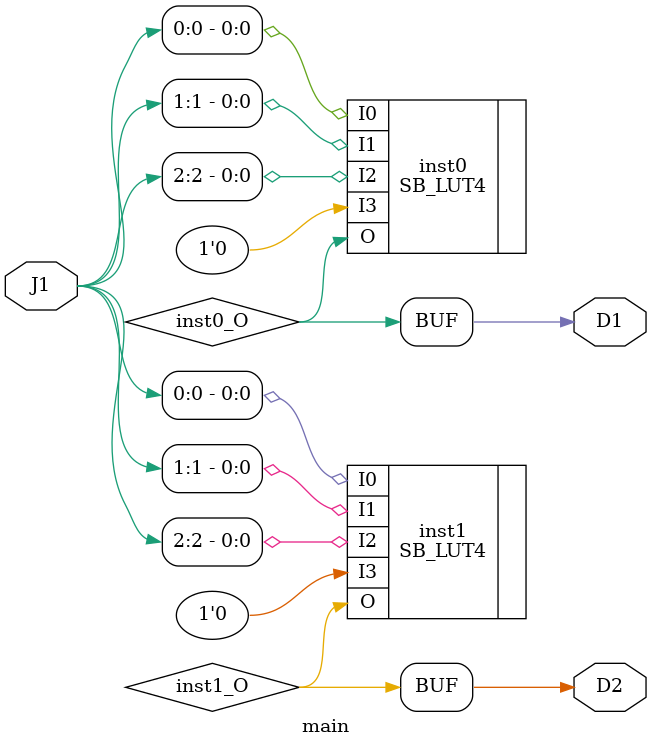
<source format=v>
module main (input [2:0] J1, output  D2, output  D1);
wire  inst0_O;
wire  inst1_O;
SB_LUT4 #(.LUT_INIT(16'h9696)) inst0 (.I0(J1[0]), .I1(J1[1]), .I2(J1[2]), .I3(1'b0), .O(inst0_O));
SB_LUT4 #(.LUT_INIT(16'hE8E8)) inst1 (.I0(J1[0]), .I1(J1[1]), .I2(J1[2]), .I3(1'b0), .O(inst1_O));
assign D2 = inst1_O;
assign D1 = inst0_O;
endmodule


</source>
